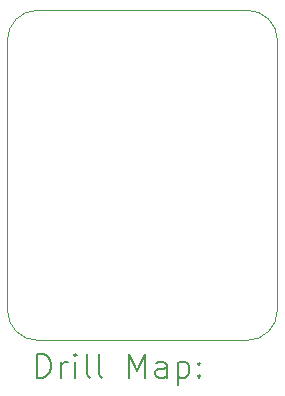
<source format=gbr>
%TF.GenerationSoftware,KiCad,Pcbnew,6.0.8-1.fc36*%
%TF.CreationDate,2022-11-01T17:46:50+01:00*%
%TF.ProjectId,avr32dd20_eval,61767233-3264-4643-9230-5f6576616c2e,rev?*%
%TF.SameCoordinates,Original*%
%TF.FileFunction,Drillmap*%
%TF.FilePolarity,Positive*%
%FSLAX45Y45*%
G04 Gerber Fmt 4.5, Leading zero omitted, Abs format (unit mm)*
G04 Created by KiCad (PCBNEW 6.0.8-1.fc36) date 2022-11-01 17:46:50*
%MOMM*%
%LPD*%
G01*
G04 APERTURE LIST*
%ADD10C,0.100000*%
%ADD11C,0.200000*%
G04 APERTURE END LIST*
D10*
X8763000Y-9525000D02*
X8763000Y-7239000D01*
X10795000Y-9779000D02*
X9017000Y-9779000D01*
X11049000Y-7239000D02*
X11049000Y-9525000D01*
X9017000Y-6985000D02*
X10795000Y-6985000D01*
X11049000Y-7239000D02*
G75*
G03*
X10795000Y-6985000I-254000J0D01*
G01*
X9017000Y-6985000D02*
G75*
G03*
X8763000Y-7239000I0J-254000D01*
G01*
X8763000Y-9525000D02*
G75*
G03*
X9017000Y-9779000I254000J0D01*
G01*
X10795000Y-9779000D02*
G75*
G03*
X11049000Y-9525000I0J254000D01*
G01*
D11*
X9015619Y-10094476D02*
X9015619Y-9894476D01*
X9063238Y-9894476D01*
X9091810Y-9904000D01*
X9110857Y-9923048D01*
X9120381Y-9942095D01*
X9129905Y-9980190D01*
X9129905Y-10008762D01*
X9120381Y-10046857D01*
X9110857Y-10065905D01*
X9091810Y-10084952D01*
X9063238Y-10094476D01*
X9015619Y-10094476D01*
X9215619Y-10094476D02*
X9215619Y-9961143D01*
X9215619Y-9999238D02*
X9225143Y-9980190D01*
X9234667Y-9970667D01*
X9253714Y-9961143D01*
X9272762Y-9961143D01*
X9339429Y-10094476D02*
X9339429Y-9961143D01*
X9339429Y-9894476D02*
X9329905Y-9904000D01*
X9339429Y-9913524D01*
X9348952Y-9904000D01*
X9339429Y-9894476D01*
X9339429Y-9913524D01*
X9463238Y-10094476D02*
X9444190Y-10084952D01*
X9434667Y-10065905D01*
X9434667Y-9894476D01*
X9568000Y-10094476D02*
X9548952Y-10084952D01*
X9539429Y-10065905D01*
X9539429Y-9894476D01*
X9796571Y-10094476D02*
X9796571Y-9894476D01*
X9863238Y-10037333D01*
X9929905Y-9894476D01*
X9929905Y-10094476D01*
X10110857Y-10094476D02*
X10110857Y-9989714D01*
X10101333Y-9970667D01*
X10082286Y-9961143D01*
X10044190Y-9961143D01*
X10025143Y-9970667D01*
X10110857Y-10084952D02*
X10091810Y-10094476D01*
X10044190Y-10094476D01*
X10025143Y-10084952D01*
X10015619Y-10065905D01*
X10015619Y-10046857D01*
X10025143Y-10027810D01*
X10044190Y-10018286D01*
X10091810Y-10018286D01*
X10110857Y-10008762D01*
X10206095Y-9961143D02*
X10206095Y-10161143D01*
X10206095Y-9970667D02*
X10225143Y-9961143D01*
X10263238Y-9961143D01*
X10282286Y-9970667D01*
X10291810Y-9980190D01*
X10301333Y-9999238D01*
X10301333Y-10056381D01*
X10291810Y-10075429D01*
X10282286Y-10084952D01*
X10263238Y-10094476D01*
X10225143Y-10094476D01*
X10206095Y-10084952D01*
X10387048Y-10075429D02*
X10396571Y-10084952D01*
X10387048Y-10094476D01*
X10377524Y-10084952D01*
X10387048Y-10075429D01*
X10387048Y-10094476D01*
X10387048Y-9970667D02*
X10396571Y-9980190D01*
X10387048Y-9989714D01*
X10377524Y-9980190D01*
X10387048Y-9970667D01*
X10387048Y-9989714D01*
M02*

</source>
